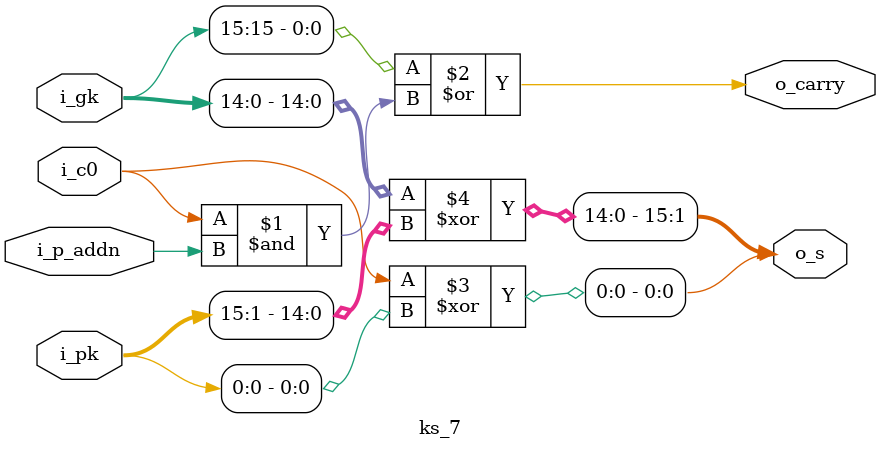
<source format=v>
`default_nettype none

module ks_7(
  input  wire        i_c0,
  input  wire [15:0] i_pk,
  input  wire [15:0] i_gk,
  input  wire i_p_addn,
  output wire [15:0] o_s,
  output wire        o_carry
);

assign o_carry   = i_gk[15] | i_c0  & i_p_addn;
assign o_s[0]    = i_c0 ^ i_pk[0];
assign o_s[15:1] = i_gk[14:0] ^ i_pk[15:1];

endmodule

</source>
